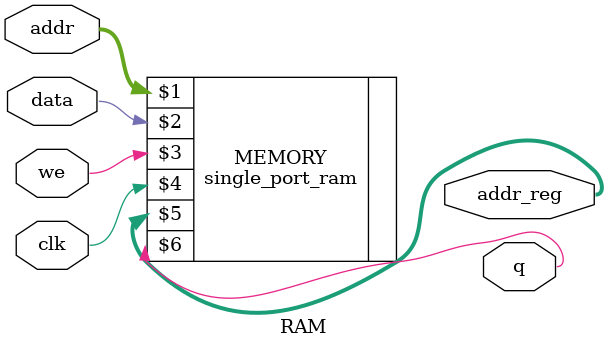
<source format=v>
module RAM 
    (
	input [13:0] addr, 
	input  data, we, clk,
	output [13:0] addr_reg,
	output  q
);
single_port_ram MEMORY (addr,data,we,clk,addr_reg,q);
endmodule //RAM
</source>
